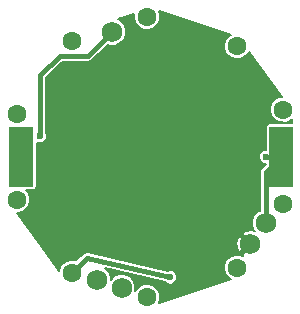
<source format=gtl>
G04 #@! TF.FileFunction,Copper,L1,Top,Signal*
%FSLAX46Y46*%
G04 Gerber Fmt 4.6, Leading zero omitted, Abs format (unit mm)*
G04 Created by KiCad (PCBNEW 4.0.5+dfsg1-4) date Tue Feb 14 02:51:41 2017*
%MOMM*%
%LPD*%
G01*
G04 APERTURE LIST*
%ADD10C,0.100000*%
%ADD11C,1.727200*%
%ADD12R,2.000000X5.060000*%
%ADD13C,16.000000*%
%ADD14C,1.600000*%
%ADD15C,0.600000*%
%ADD16C,0.400000*%
%ADD17C,0.200000*%
G04 APERTURE END LIST*
D10*
D11*
X9690000Y-4590000D03*
X-4600000Y-9400000D03*
X8390000Y-6400000D03*
X-2500000Y-10100000D03*
X-3300000Y11600000D03*
D12*
X-11000000Y1000000D03*
D13*
X165000Y1000000D03*
D12*
X11000000Y1000000D03*
D14*
X-11400000Y4600000D03*
X-6670000Y10810000D03*
X-370000Y12860000D03*
X7270000Y10380000D03*
X11160000Y5020000D03*
X11160000Y-3020000D03*
X7270000Y-8370000D03*
X-6670000Y-8810000D03*
X-370000Y-10860000D03*
X-11400000Y-2600000D03*
D15*
X9680000Y1030000D03*
X-6600000Y-1800000D03*
X5950000Y-850000D03*
X2400000Y-4600000D03*
X3200000Y8100000D03*
X-100000Y9400000D03*
X5600000Y5900000D03*
X-6600000Y100000D03*
X-5300000Y2000000D03*
X-9400000Y2750000D03*
X1600000Y-9200000D03*
D16*
X9710000Y1000000D02*
X11000000Y1000000D01*
X9680000Y1030000D02*
X9710000Y1000000D01*
X9690000Y-4590000D02*
X9690000Y-310000D01*
X9690000Y-310000D02*
X11000000Y1000000D01*
X-6600000Y100000D02*
X-6600000Y-1800000D01*
X2400000Y-4600000D02*
X2400000Y-4800000D01*
X2400000Y-4600000D02*
X5950000Y-850000D01*
X2400000Y-4800000D02*
X2400000Y-4600000D01*
X165000Y1000000D02*
X-1000000Y1000000D01*
X165000Y5065000D02*
X3200000Y8100000D01*
X165000Y1000000D02*
X165000Y9135000D01*
X165000Y9135000D02*
X-100000Y9400000D01*
X165000Y1000000D02*
X165000Y5065000D01*
X165000Y1000000D02*
X700000Y1000000D01*
X700000Y1000000D02*
X5600000Y5900000D01*
X-5300000Y2000000D02*
X-5300000Y1400000D01*
X-5300000Y1400000D02*
X-6600000Y100000D01*
X165000Y1000000D02*
X-4300000Y1000000D01*
X-4300000Y1000000D02*
X-5300000Y2000000D01*
X-540000Y-10860000D02*
X-370000Y-10860000D01*
X-5350000Y9550000D02*
X-3300000Y11600000D01*
X-7750000Y9550000D02*
X-5350000Y9550000D01*
X-9400000Y7900000D02*
X-7750000Y9550000D01*
X-9400000Y2750000D02*
X-9400000Y7900000D01*
X-5445938Y-7552630D02*
X-6670000Y-8810000D01*
X1600000Y-9200000D02*
X-5445938Y-7552630D01*
X1600000Y-9200000D02*
X1600000Y-9200000D01*
D17*
G36*
X6753402Y11356747D02*
X6647714Y11313078D01*
X6338009Y11003913D01*
X6170192Y10599763D01*
X6169810Y10162156D01*
X6336922Y9757714D01*
X6646087Y9448009D01*
X7050237Y9280192D01*
X7487844Y9279810D01*
X7892286Y9446922D01*
X8201991Y9756087D01*
X8271250Y9922882D01*
X11034836Y6120109D01*
X10942156Y6120190D01*
X10537714Y5953078D01*
X10228009Y5643913D01*
X10060192Y5239763D01*
X10059810Y4802156D01*
X10226922Y4397714D01*
X10536087Y4088009D01*
X10940237Y3920192D01*
X11377844Y3919810D01*
X11782286Y4086922D01*
X11937720Y4242085D01*
X11937720Y3835877D01*
X10000000Y3835877D01*
X9888827Y3814958D01*
X9786721Y3749255D01*
X9718222Y3649003D01*
X9694123Y3530000D01*
X9694123Y1629988D01*
X9561176Y1630104D01*
X9340571Y1538952D01*
X9171641Y1370317D01*
X9080104Y1149871D01*
X9079896Y911176D01*
X9171048Y690571D01*
X9339683Y521641D01*
X9560129Y430104D01*
X9694123Y429987D01*
X9694123Y401229D01*
X9336447Y43553D01*
X9228060Y-118658D01*
X9190000Y-310000D01*
X9190000Y-3537579D01*
X9031735Y-3602973D01*
X8704123Y-3930013D01*
X8526603Y-4357530D01*
X8526199Y-4820439D01*
X8702973Y-5248265D01*
X8747128Y-5292497D01*
X8514871Y-5220194D01*
X8053873Y-5262215D01*
X7823142Y-5357787D01*
X7720600Y-5512811D01*
X8390000Y-6182211D01*
X8404142Y-6168069D01*
X8621931Y-6385858D01*
X8607789Y-6400000D01*
X8621931Y-6414142D01*
X8404142Y-6631931D01*
X8390000Y-6617789D01*
X7720600Y-7287189D01*
X7792510Y-7395903D01*
X7489763Y-7270192D01*
X7052156Y-7269810D01*
X6647714Y-7436922D01*
X6338009Y-7746087D01*
X6170192Y-8150237D01*
X6169810Y-8587844D01*
X6336922Y-8992286D01*
X6646087Y-9301991D01*
X6767174Y-9352270D01*
X616877Y-11351731D01*
X729808Y-11079763D01*
X730190Y-10642156D01*
X563078Y-10237714D01*
X253913Y-9928009D01*
X-150237Y-9760192D01*
X-587844Y-9759810D01*
X-992286Y-9926922D01*
X-1301991Y-10236087D01*
X-1336592Y-10319415D01*
X-1336199Y-9869561D01*
X-1512973Y-9441735D01*
X-1840013Y-9114123D01*
X-2267530Y-8936603D01*
X-2730439Y-8936199D01*
X-3158265Y-9112973D01*
X-3436392Y-9390614D01*
X-3436199Y-9169561D01*
X-3612973Y-8741735D01*
X-3934696Y-8419449D01*
X1162746Y-9611253D01*
X1259683Y-9708359D01*
X1480129Y-9799896D01*
X1718824Y-9800104D01*
X1939429Y-9708952D01*
X2108359Y-9540317D01*
X2199896Y-9319871D01*
X2200104Y-9081176D01*
X2108952Y-8860571D01*
X1940317Y-8691641D01*
X1719871Y-8600104D01*
X1481176Y-8599896D01*
X1390236Y-8637472D01*
X-5332106Y-7065760D01*
X-5392874Y-7063734D01*
X-5452649Y-7052676D01*
X-5489462Y-7060513D01*
X-5527088Y-7059259D01*
X-5584001Y-7080641D01*
X-5643463Y-7093300D01*
X-5674480Y-7114633D01*
X-5709715Y-7127870D01*
X-5754112Y-7169402D01*
X-5804205Y-7203854D01*
X-6341205Y-7755466D01*
X-6450237Y-7710192D01*
X-6887844Y-7709810D01*
X-7292286Y-7876922D01*
X-7601991Y-8186087D01*
X-7769808Y-8590237D01*
X-7769828Y-8612854D01*
X-9468720Y-6275129D01*
X7210194Y-6275129D01*
X7252215Y-6736127D01*
X7347787Y-6966858D01*
X7502811Y-7069400D01*
X8172211Y-6400000D01*
X7502811Y-5730600D01*
X7347787Y-5833142D01*
X7210194Y-6275129D01*
X-9468720Y-6275129D01*
X-11340104Y-3700052D01*
X-11182156Y-3700190D01*
X-10777714Y-3533078D01*
X-10468009Y-3223913D01*
X-10300192Y-2819763D01*
X-10299810Y-2382156D01*
X-10466922Y-1977714D01*
X-10608512Y-1835877D01*
X-10000000Y-1835877D01*
X-9888827Y-1814958D01*
X-9786721Y-1749255D01*
X-9718222Y-1649003D01*
X-9694123Y-1530000D01*
X-9694123Y2222460D01*
X-9519871Y2150104D01*
X-9281176Y2149896D01*
X-9060571Y2241048D01*
X-8891641Y2409683D01*
X-8800104Y2630129D01*
X-8799896Y2868824D01*
X-8891048Y3089429D01*
X-8900000Y3098397D01*
X-8900000Y7692894D01*
X-7542893Y9050000D01*
X-5350000Y9050000D01*
X-5158658Y9088060D01*
X-4996447Y9196447D01*
X-3690621Y10502273D01*
X-3532470Y10436603D01*
X-3069561Y10436199D01*
X-2641735Y10612973D01*
X-2314123Y10940013D01*
X-2136603Y11367530D01*
X-2136199Y11830439D01*
X-2312973Y12258265D01*
X-2640013Y12585877D01*
X-2786073Y12646526D01*
X-1469813Y13074442D01*
X-1470190Y12642156D01*
X-1303078Y12237714D01*
X-993913Y11928009D01*
X-589763Y11760192D01*
X-152156Y11759810D01*
X252286Y11926922D01*
X561991Y12236087D01*
X729808Y12640237D01*
X730190Y13077844D01*
X617045Y13351677D01*
X6753402Y11356747D01*
X6753402Y11356747D01*
G37*
X6753402Y11356747D02*
X6647714Y11313078D01*
X6338009Y11003913D01*
X6170192Y10599763D01*
X6169810Y10162156D01*
X6336922Y9757714D01*
X6646087Y9448009D01*
X7050237Y9280192D01*
X7487844Y9279810D01*
X7892286Y9446922D01*
X8201991Y9756087D01*
X8271250Y9922882D01*
X11034836Y6120109D01*
X10942156Y6120190D01*
X10537714Y5953078D01*
X10228009Y5643913D01*
X10060192Y5239763D01*
X10059810Y4802156D01*
X10226922Y4397714D01*
X10536087Y4088009D01*
X10940237Y3920192D01*
X11377844Y3919810D01*
X11782286Y4086922D01*
X11937720Y4242085D01*
X11937720Y3835877D01*
X10000000Y3835877D01*
X9888827Y3814958D01*
X9786721Y3749255D01*
X9718222Y3649003D01*
X9694123Y3530000D01*
X9694123Y1629988D01*
X9561176Y1630104D01*
X9340571Y1538952D01*
X9171641Y1370317D01*
X9080104Y1149871D01*
X9079896Y911176D01*
X9171048Y690571D01*
X9339683Y521641D01*
X9560129Y430104D01*
X9694123Y429987D01*
X9694123Y401229D01*
X9336447Y43553D01*
X9228060Y-118658D01*
X9190000Y-310000D01*
X9190000Y-3537579D01*
X9031735Y-3602973D01*
X8704123Y-3930013D01*
X8526603Y-4357530D01*
X8526199Y-4820439D01*
X8702973Y-5248265D01*
X8747128Y-5292497D01*
X8514871Y-5220194D01*
X8053873Y-5262215D01*
X7823142Y-5357787D01*
X7720600Y-5512811D01*
X8390000Y-6182211D01*
X8404142Y-6168069D01*
X8621931Y-6385858D01*
X8607789Y-6400000D01*
X8621931Y-6414142D01*
X8404142Y-6631931D01*
X8390000Y-6617789D01*
X7720600Y-7287189D01*
X7792510Y-7395903D01*
X7489763Y-7270192D01*
X7052156Y-7269810D01*
X6647714Y-7436922D01*
X6338009Y-7746087D01*
X6170192Y-8150237D01*
X6169810Y-8587844D01*
X6336922Y-8992286D01*
X6646087Y-9301991D01*
X6767174Y-9352270D01*
X616877Y-11351731D01*
X729808Y-11079763D01*
X730190Y-10642156D01*
X563078Y-10237714D01*
X253913Y-9928009D01*
X-150237Y-9760192D01*
X-587844Y-9759810D01*
X-992286Y-9926922D01*
X-1301991Y-10236087D01*
X-1336592Y-10319415D01*
X-1336199Y-9869561D01*
X-1512973Y-9441735D01*
X-1840013Y-9114123D01*
X-2267530Y-8936603D01*
X-2730439Y-8936199D01*
X-3158265Y-9112973D01*
X-3436392Y-9390614D01*
X-3436199Y-9169561D01*
X-3612973Y-8741735D01*
X-3934696Y-8419449D01*
X1162746Y-9611253D01*
X1259683Y-9708359D01*
X1480129Y-9799896D01*
X1718824Y-9800104D01*
X1939429Y-9708952D01*
X2108359Y-9540317D01*
X2199896Y-9319871D01*
X2200104Y-9081176D01*
X2108952Y-8860571D01*
X1940317Y-8691641D01*
X1719871Y-8600104D01*
X1481176Y-8599896D01*
X1390236Y-8637472D01*
X-5332106Y-7065760D01*
X-5392874Y-7063734D01*
X-5452649Y-7052676D01*
X-5489462Y-7060513D01*
X-5527088Y-7059259D01*
X-5584001Y-7080641D01*
X-5643463Y-7093300D01*
X-5674480Y-7114633D01*
X-5709715Y-7127870D01*
X-5754112Y-7169402D01*
X-5804205Y-7203854D01*
X-6341205Y-7755466D01*
X-6450237Y-7710192D01*
X-6887844Y-7709810D01*
X-7292286Y-7876922D01*
X-7601991Y-8186087D01*
X-7769808Y-8590237D01*
X-7769828Y-8612854D01*
X-9468720Y-6275129D01*
X7210194Y-6275129D01*
X7252215Y-6736127D01*
X7347787Y-6966858D01*
X7502811Y-7069400D01*
X8172211Y-6400000D01*
X7502811Y-5730600D01*
X7347787Y-5833142D01*
X7210194Y-6275129D01*
X-9468720Y-6275129D01*
X-11340104Y-3700052D01*
X-11182156Y-3700190D01*
X-10777714Y-3533078D01*
X-10468009Y-3223913D01*
X-10300192Y-2819763D01*
X-10299810Y-2382156D01*
X-10466922Y-1977714D01*
X-10608512Y-1835877D01*
X-10000000Y-1835877D01*
X-9888827Y-1814958D01*
X-9786721Y-1749255D01*
X-9718222Y-1649003D01*
X-9694123Y-1530000D01*
X-9694123Y2222460D01*
X-9519871Y2150104D01*
X-9281176Y2149896D01*
X-9060571Y2241048D01*
X-8891641Y2409683D01*
X-8800104Y2630129D01*
X-8799896Y2868824D01*
X-8891048Y3089429D01*
X-8900000Y3098397D01*
X-8900000Y7692894D01*
X-7542893Y9050000D01*
X-5350000Y9050000D01*
X-5158658Y9088060D01*
X-4996447Y9196447D01*
X-3690621Y10502273D01*
X-3532470Y10436603D01*
X-3069561Y10436199D01*
X-2641735Y10612973D01*
X-2314123Y10940013D01*
X-2136603Y11367530D01*
X-2136199Y11830439D01*
X-2312973Y12258265D01*
X-2640013Y12585877D01*
X-2786073Y12646526D01*
X-1469813Y13074442D01*
X-1470190Y12642156D01*
X-1303078Y12237714D01*
X-993913Y11928009D01*
X-589763Y11760192D01*
X-152156Y11759810D01*
X252286Y11926922D01*
X561991Y12236087D01*
X729808Y12640237D01*
X730190Y13077844D01*
X617045Y13351677D01*
X6753402Y11356747D01*
M02*

</source>
